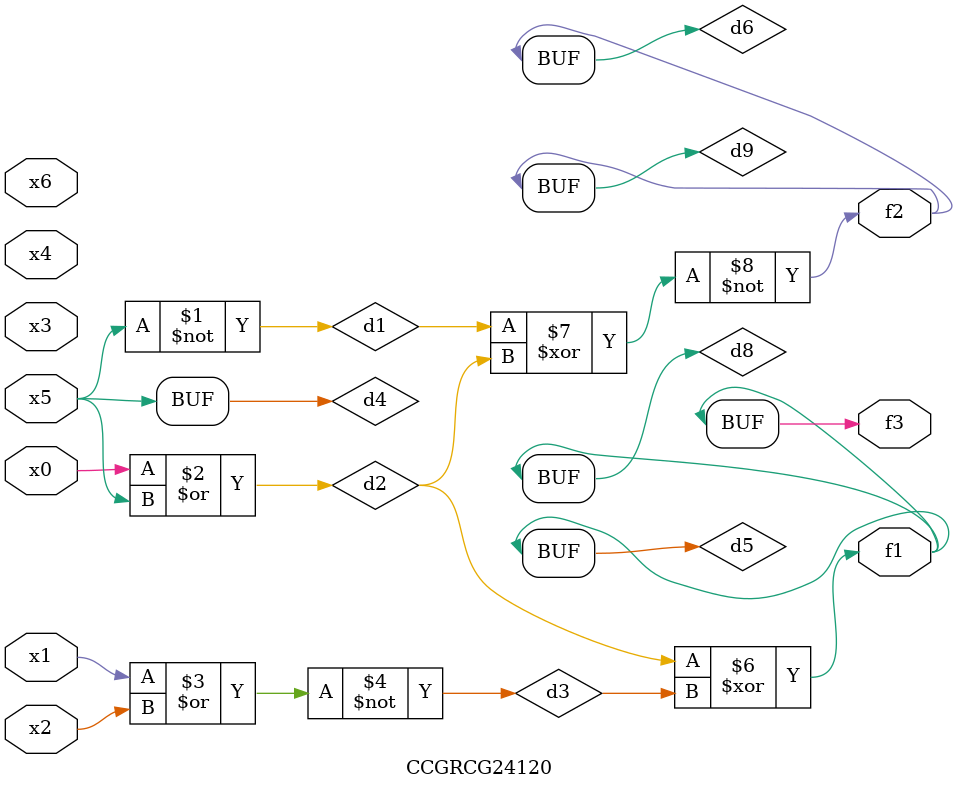
<source format=v>
module CCGRCG24120(
	input x0, x1, x2, x3, x4, x5, x6,
	output f1, f2, f3
);

	wire d1, d2, d3, d4, d5, d6, d7, d8, d9;

	nand (d1, x5);
	or (d2, x0, x5);
	nor (d3, x1, x2);
	xnor (d4, d1);
	xor (d5, d2, d3);
	xnor (d6, d1, d2);
	not (d7, x4);
	buf (d8, d5);
	xor (d9, d6);
	assign f1 = d8;
	assign f2 = d9;
	assign f3 = d8;
endmodule

</source>
